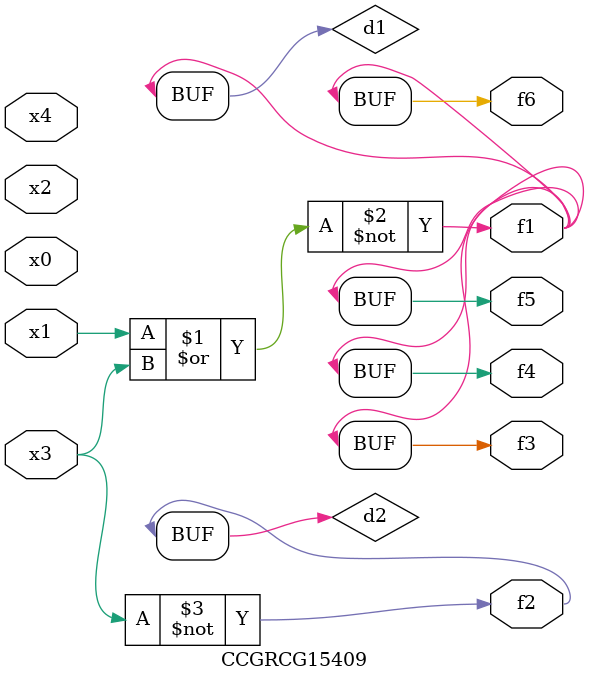
<source format=v>
module CCGRCG15409(
	input x0, x1, x2, x3, x4,
	output f1, f2, f3, f4, f5, f6
);

	wire d1, d2;

	nor (d1, x1, x3);
	not (d2, x3);
	assign f1 = d1;
	assign f2 = d2;
	assign f3 = d1;
	assign f4 = d1;
	assign f5 = d1;
	assign f6 = d1;
endmodule

</source>
